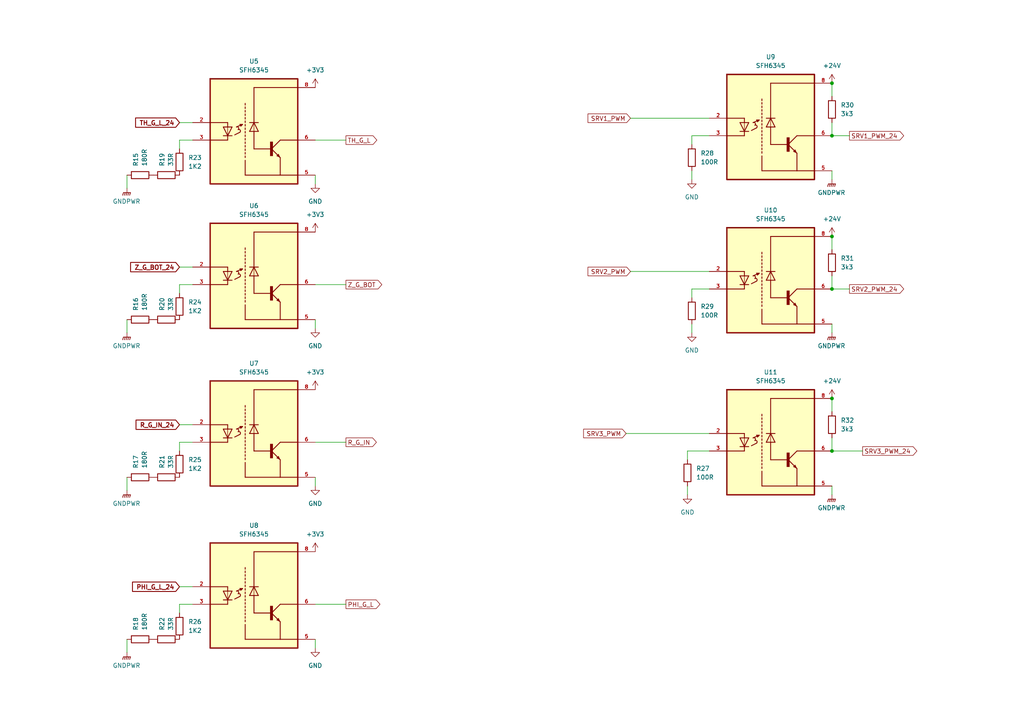
<source format=kicad_sch>
(kicad_sch (version 20230121) (generator eeschema)
  (paper "A4")
  (title_block (title "Karcsi (INDACT Robot Arm) - Servo & position-gate optocouplers") (date "2023-10-07") (rev "1.1") (company "LEGO Kör (legokor.hu)") (comment 1 "Design by Andi Serban & Máté Kovács"))
  (lib_symbols
    (symbol "Device:R" (pin_numbers hide) (pin_names (offset 0))
      (property "Reference" "R" (at 2.032 0 90))
      (property "Value" "R" (at 0 0 90))
      (symbol "R_0_1"
        (rectangle (start -1.016 -2.54) (end 1.016 2.54) (stroke (width 0.254)))
      )
      (symbol "R_1_1"
        (pin passive line (at 0 3.81 270) (length 1.27) (name "~") (number "1"))
        (pin passive line (at 0 -3.81 90) (length 1.27) (name "~") (number "2"))
      )
    )
    (symbol "SFH6345:SFH6345" (pin_names (offset 1.016))
      (property "Reference" "U" (at -5.0864 15.7678 0))
      (property "Value" "SFH6345" (at -5.0899 -17.8145 0))
      (symbol "SFH6345_0_0"
        (rectangle (start -12.7 -15.24) (end 12.7 15.24) (stroke (width 0.4064)) (fill (type background)))
        (arc (start -4.572 0.508) (mid -4.4896 1.1133) (end -5.08 1.27) (stroke (width 0.254)))
        (arc (start -4.064 -0.254) (mid -3.9816 0.3513) (end -4.572 0.508) (stroke (width 0.254)))
        (arc (start -3.81 1.778) (mid -4.4239 1.563) (end -5.08 1.27) (stroke (width 0.254)))
        (polyline (pts (xy -7.62 -2.54) (xy -12.7 -2.54)) (stroke (width 0.254)))
        (polyline (pts (xy -7.62 -1.27) (xy -8.89 -1.27)) (stroke (width 0.254)))
        (polyline (pts (xy -7.62 -1.27) (xy -8.89 1.27)) (stroke (width 0.254)))
        (polyline (pts (xy -7.62 -1.27) (xy -7.62 -2.54)) (stroke (width 0.254)))
        (polyline (pts (xy -7.62 1.27) (xy -8.89 1.27)) (stroke (width 0.254)))
        (polyline (pts (xy -7.62 1.27) (xy -7.62 -1.27)) (stroke (width 0.1524)))
        (polyline (pts (xy -7.62 1.27) (xy -7.62 2.54)) (stroke (width 0.254)))
        (polyline (pts (xy -7.62 2.54) (xy -12.7 2.54)) (stroke (width 0.254)))
        (polyline (pts (xy -6.35 -1.27) (xy -7.62 -1.27)) (stroke (width 0.254)))
        (polyline (pts (xy -6.35 1.27) (xy -7.62 -1.27)) (stroke (width 0.254)))
        (polyline (pts (xy -6.35 1.27) (xy -7.62 1.27)) (stroke (width 0.254)))
        (polyline (pts (xy -5.588 -1.016) (xy -4.064 -0.254)) (stroke (width 0.254)))
        (polyline (pts (xy -4.064 2.032) (xy -3.81 1.524)) (stroke (width 0.254)))
        (polyline (pts (xy -3.81 1.524) (xy -3.556 1.778)) (stroke (width 0.254)))
        (polyline (pts (xy -3.81 1.778) (xy -3.556 1.778)) (stroke (width 0.254)))
        (polyline (pts (xy -3.556 1.778) (xy -3.302 2.032)) (stroke (width 0.254)))
        (polyline (pts (xy -3.302 2.032) (xy -4.064 2.032)) (stroke (width 0.254)))
        (polyline (pts (xy -2.54 -12.7) (xy -2.54 -8.382)) (stroke (width 0.254)))
        (polyline (pts (xy -2.54 -7.62) (xy -2.54 -7.112)) (stroke (width 0.254)))
        (polyline (pts (xy -2.54 -6.604) (xy -2.54 -6.096)) (stroke (width 0.254)))
        (polyline (pts (xy -2.54 -5.588) (xy -2.54 -5.08)) (stroke (width 0.254)))
        (polyline (pts (xy -2.54 -4.572) (xy -2.54 -4.064)) (stroke (width 0.254)))
        (polyline (pts (xy -2.54 -3.556) (xy -2.54 -3.048)) (stroke (width 0.254)))
        (polyline (pts (xy -2.54 -2.54) (xy -2.54 -2.032)) (stroke (width 0.254)))
        (polyline (pts (xy -2.54 -1.524) (xy -2.54 -1.016)) (stroke (width 0.254)))
        (polyline (pts (xy -2.54 -0.508) (xy -2.54 0)) (stroke (width 0.254)))
        (polyline (pts (xy -2.54 0.508) (xy -2.54 1.016)) (stroke (width 0.254)))
        (polyline (pts (xy -2.54 1.524) (xy -2.54 2.032)) (stroke (width 0.254)))
        (polyline (pts (xy -2.54 2.54) (xy -2.54 3.048)) (stroke (width 0.254)))
        (polyline (pts (xy -2.54 3.556) (xy -2.54 4.064)) (stroke (width 0.254)))
        (polyline (pts (xy -2.54 4.572) (xy -2.54 5.08)) (stroke (width 0.254)))
        (polyline (pts (xy -2.54 5.588) (xy -2.54 6.096)) (stroke (width 0.254)))
        (polyline (pts (xy -2.54 6.604) (xy -2.54 7.112)) (stroke (width 0.254)))
        (polyline (pts (xy -2.54 7.62) (xy -2.54 8.128)) (stroke (width 0.254)))
        (polyline (pts (xy -1.27 0) (xy 0 0)) (stroke (width 0.254)))
        (polyline (pts (xy -1.27 0) (xy 0 2.54)) (stroke (width 0.254)))
        (polyline (pts (xy -1.27 2.54) (xy 0 2.54)) (stroke (width 0.254)))
        (polyline (pts (xy 0 -5.08) (xy 5.08 -5.08)) (stroke (width 0.254)))
        (polyline (pts (xy 0 0) (xy 0 -5.08)) (stroke (width 0.254)))
        (polyline (pts (xy 0 0) (xy 0 2.54)) (stroke (width 0.1524)))
        (polyline (pts (xy 0 0) (xy 1.27 0)) (stroke (width 0.254)))
        (polyline (pts (xy 0 2.54) (xy 0 12.7)) (stroke (width 0.254)))
        (polyline (pts (xy 0 2.54) (xy 1.27 0)) (stroke (width 0.254)))
        (polyline (pts (xy 0 2.54) (xy 1.27 2.54)) (stroke (width 0.254)))
        (polyline (pts (xy 0 12.7) (xy 12.7 12.7)) (stroke (width 0.254)))
        (polyline (pts (xy 5.08 -5.08) (xy 7.62 -7.62)) (stroke (width 0.254)))
        (polyline (pts (xy 7.62 -12.7) (xy -2.54 -12.7)) (stroke (width 0.254)))
        (polyline (pts (xy 7.62 -12.7) (xy 12.7 -12.7)) (stroke (width 0.254)))
        (polyline (pts (xy 7.62 -7.62) (xy 7.62 -12.7)) (stroke (width 0.254)))
        (polyline (pts (xy 7.62 -2.54) (xy 5.08 -5.08)) (stroke (width 0.254)))
        (polyline (pts (xy 7.62 -2.54) (xy 12.7 -2.54)) (stroke (width 0.254)))
        (polyline (pts (xy 7.493 -7.493) (xy 7.112 -6.604) (xy 6.604 -7.112) (xy 7.493 -7.493)) (stroke (width 0.1524)) (fill (type outline)))
        (rectangle (start 4.7075 -7.1248) (end 5.461 -3.048) (stroke (width 0.1)) (fill (type outline)))
        (pin passive line (at -17.78 2.54 0) (length 5.08) (name "~") (number "2"))
        (pin passive line (at -17.78 -2.54 0) (length 5.08) (name "~") (number "3"))
        (pin passive line (at 17.78 -12.7 180) (length 5.08) (name "~") (number "5"))
        (pin passive line (at 17.78 -2.54 180) (length 5.08) (name "~") (number "6"))
        (pin power_in line (at 17.78 12.7 180) (length 5.08) (name "~") (number "8"))
      )
    )
    (symbol "power:+24V" (power) (pin_names (offset 0))
      (property "Value" "+24V" (at 0 3.556 0))
      (symbol "+24V_0_1"
        (polyline (pts (xy -0.762 1.27) (xy 0 2.54)))
        (polyline (pts (xy 0 0) (xy 0 2.54)))
        (polyline (pts (xy 0 2.54) (xy 0.762 1.27)))
      )
      (symbol "+24V_1_1"
        (pin power_in line (at 0 0 90) (length 0) hide (name "+24V") (number "1"))
      )
    )
    (symbol "power:+3V3" (power) (pin_names (offset 0))
      (property "Value" "+3V3" (at 0 3.556 0))
      (symbol "+3V3_0_1"
        (polyline (pts (xy -0.762 1.27) (xy 0 2.54)))
        (polyline (pts (xy 0 0) (xy 0 2.54)))
        (polyline (pts (xy 0 2.54) (xy 0.762 1.27)))
      )
      (symbol "+3V3_1_1"
        (pin power_in line (at 0 0 90) (length 0) hide (name "+3V3") (number "1"))
      )
    )
    (symbol "power:GND" (power) (pin_names (offset 0))
      (property "Value" "GND" (at 0 -3.81 0))
      (symbol "GND_0_1"
        (polyline (pts (xy 0 0) (xy 0 -1.27) (xy 1.27 -1.27) (xy 0 -2.54) (xy -1.27 -1.27) (xy 0 -1.27)))
      )
      (symbol "GND_1_1"
        (pin power_in line (at 0 0 270) (length 0) hide (name "GND") (number "1"))
      )
    )
    (symbol "power:GNDPWR" (power) (pin_names (offset 0))
      (property "Value" "GNDPWR" (at 0 -3.302 0))
      (symbol "GNDPWR_0_1"
        (polyline (pts (xy 0 -1.27) (xy 0 0)))
        (polyline (pts (xy -1.016 -1.27) (xy -1.27 -2.032) (xy -1.27 -2.032)) (stroke (width 0.2032)))
        (polyline (pts (xy -0.508 -1.27) (xy -0.762 -2.032) (xy -0.762 -2.032)) (stroke (width 0.2032)))
        (polyline (pts (xy 0 -1.27) (xy -0.254 -2.032) (xy -0.254 -2.032)) (stroke (width 0.2032)))
        (polyline (pts (xy 0.508 -1.27) (xy 0.254 -2.032) (xy 0.254 -2.032)) (stroke (width 0.2032)))
        (polyline (pts (xy 1.016 -1.27) (xy -1.016 -1.27) (xy -1.016 -1.27)) (stroke (width 0.2032)))
        (polyline (pts (xy 1.016 -1.27) (xy 0.762 -2.032) (xy 0.762 -2.032) (xy 0.762 -2.032)) (stroke (width 0.2032)))
      )
      (symbol "GNDPWR_1_1"
        (pin power_in line (at 0 0 270) (length 0) hide (name "GNDPWR") (number "1"))
      )
    )
  )
  (junction (at 241.3 115.57))
  (junction (at 241.3 68.58))
  (junction (at 241.3 39.37))
  (junction (at 241.3 24.13))
  (junction (at 241.3 83.82))
  (junction (at 241.3 130.81))
  (wire (pts (xy 182.88 78.74) (xy 205.74 78.74)))
  (wire (pts (xy 200.66 93.98) (xy 200.66 96.52)))
  (wire (pts (xy 55.88 82.55) (xy 52.07 82.55)))
  (wire (pts (xy 241.3 140.97) (xy 241.3 143.51)))
  (wire (pts (xy 91.44 128.27) (xy 100.33 128.27)))
  (wire (pts (xy 91.44 50.8) (xy 91.44 53.34)))
  (wire (pts (xy 52.07 170.18) (xy 55.88 170.18)))
  (wire (pts (xy 91.44 175.26) (xy 100.33 175.26)))
  (wire (pts (xy 200.66 39.37) (xy 205.74 39.37)))
  (wire (pts (xy 241.3 49.53) (xy 241.3 52.07)))
  (wire (pts (xy 241.3 80.01) (xy 241.3 83.82)))
  (wire (pts (xy 36.83 142.24) (xy 36.83 138.43)))
  (wire (pts (xy 241.3 93.98) (xy 241.3 96.52)))
  (wire (pts (xy 52.07 128.27) (xy 55.88 128.27)))
  (wire (pts (xy 200.66 83.82) (xy 205.74 83.82)))
  (wire (pts (xy 181.61 125.73) (xy 205.74 125.73)))
  (wire (pts (xy 241.3 39.37) (xy 246.38 39.37)))
  (wire (pts (xy 200.66 49.53) (xy 200.66 52.07)))
  (wire (pts (xy 91.44 92.71) (xy 91.44 95.25)))
  (wire (pts (xy 241.3 68.58) (xy 241.3 72.39)))
  (wire (pts (xy 91.44 40.64) (xy 100.33 40.64)))
  (wire (pts (xy 91.44 138.43) (xy 91.44 140.97)))
  (wire (pts (xy 52.07 77.47) (xy 55.88 77.47)))
  (wire (pts (xy 52.07 123.19) (xy 55.88 123.19)))
  (wire (pts (xy 241.3 115.57) (xy 241.3 119.38)))
  (wire (pts (xy 200.66 41.91) (xy 200.66 39.37)))
  (wire (pts (xy 36.83 189.23) (xy 36.83 185.42)))
  (wire (pts (xy 91.44 185.42) (xy 91.44 187.96)))
  (wire (pts (xy 182.88 34.29) (xy 205.74 34.29)))
  (wire (pts (xy 241.3 130.81) (xy 250.19 130.81)))
  (wire (pts (xy 55.88 40.64) (xy 52.07 40.64)))
  (wire (pts (xy 241.3 83.82) (xy 246.38 83.82)))
  (wire (pts (xy 52.07 35.56) (xy 55.88 35.56)))
  (wire (pts (xy 199.39 130.81) (xy 199.39 133.35)))
  (wire (pts (xy 241.3 24.13) (xy 241.3 27.94)))
  (wire (pts (xy 241.3 127) (xy 241.3 130.81)))
  (wire (pts (xy 52.07 177.8) (xy 52.07 175.26)))
  (wire (pts (xy 205.74 130.81) (xy 199.39 130.81)))
  (wire (pts (xy 52.07 40.64) (xy 52.07 43.18)))
  (wire (pts (xy 91.44 82.55) (xy 100.33 82.55)))
  (wire (pts (xy 52.07 175.26) (xy 55.88 175.26)))
  (wire (pts (xy 199.39 140.97) (xy 199.39 143.51)))
  (wire (pts (xy 241.3 35.56) (xy 241.3 39.37)))
  (wire (pts (xy 36.83 54.61) (xy 36.83 50.8)))
  (wire (pts (xy 36.83 96.52) (xy 36.83 92.71)))
  (wire (pts (xy 52.07 130.81) (xy 52.07 128.27)))
  (wire (pts (xy 52.07 82.55) (xy 52.07 85.09)))
  (wire (pts (xy 200.66 86.36) (xy 200.66 83.82)))
  (global_label "PHI_G_L_24" (shape input) (at 52.07 170.18 180) (effects (font bold)) (property "Intersheetrefs" "${INTERSHEET_REFS}" (at 37.7836 170.18 0) (effects (justify right))))
  (global_label "R_G_IN" (shape output) (at 100.33 128.27 0) (property "Intersheetrefs" "${INTERSHEET_REFS}" (at 109.7257 128.27 0) (effects (justify left))))
  (global_label "Z_G_BOT" (shape output) (at 100.33 82.55 0) (property "Intersheetrefs" "${INTERSHEET_REFS}" (at 111.298 82.55 0) (effects (justify left))))
  (global_label "Z_G_BOT_24" (shape input) (at 52.07 77.47 180) (effects (font bold)) (property "Intersheetrefs" "${INTERSHEET_REFS}" (at 37.2394 77.47 0) (effects (justify right))))
  (global_label "TH_G_L_24" (shape input) (at 52.07 35.56 180) (effects (font bold)) (property "Intersheetrefs" "${INTERSHEET_REFS}" (at 38.6908 35.56 0) (effects (justify right))))
  (global_label "SRV2_PWM_24" (shape output) (at 246.38 83.82 0) (property "Intersheetrefs" "${INTERSHEET_REFS}" (at 262.6698 83.82 0) (effects (justify left))))
  (global_label "SRV1_PWM_24" (shape output) (at 246.38 39.37 0) (property "Intersheetrefs" "${INTERSHEET_REFS}" (at 262.6698 39.37 0) (effects (justify left))))
  (global_label "PHI_G_L" (shape output) (at 100.33 175.26 0) (property "Intersheetrefs" "${INTERSHEET_REFS}" (at 110.7538 175.26 0) (effects (justify left))))
  (global_label "SRV2_PWM" (shape input) (at 182.88 78.74 180) (property "Intersheetrefs" "${INTERSHEET_REFS}" (at 169.9768 78.74 0) (effects (justify right))))
  (global_label "SRV1_PWM" (shape input) (at 182.88 34.29 180) (property "Intersheetrefs" "${INTERSHEET_REFS}" (at 169.9768 34.29 0) (effects (justify right))))
  (global_label "R_G_IN_24" (shape input) (at 52.07 123.19 180) (effects (font bold)) (property "Intersheetrefs" "${INTERSHEET_REFS}" (at 38.8117 123.19 0) (effects (justify right))))
  (global_label "TH_G_L" (shape output) (at 100.33 40.64 0) (property "Intersheetrefs" "${INTERSHEET_REFS}" (at 109.8466 40.64 0) (effects (justify left))))
  (global_label "SRV3_PWM" (shape input) (at 181.61 125.73 180) (property "Intersheetrefs" "${INTERSHEET_REFS}" (at 168.7068 125.73 0) (effects (justify right))))
  (global_label "SRV3_PWM_24" (shape output) (at 250.19 130.81 0) (property "Intersheetrefs" "${INTERSHEET_REFS}" (at 266.4798 130.81 0) (effects (justify left))))
  (symbol (lib_id "power:+3V3") (at 91.44 25.4 0) (unit 1)
    (property "Reference" "#PWR078" (effects hide))
    (property "Value" "+3V3" (at 91.44 20.32 0))
  )
  (symbol (lib_id "power:+3V3") (at 91.44 67.31 0) (unit 1)
    (property "Reference" "#PWR080" (effects hide))
    (property "Value" "+3V3" (at 91.44 62.23 0))
  )
  (symbol (lib_id "power:GND") (at 199.39 143.51 0) (unit 1)
    (property "Reference" "#PWR086" (effects hide))
    (property "Value" "GND" (at 199.39 148.59 0))
  )
  (symbol (lib_id "Device:R") (at 40.64 138.43 90) (unit 1)
    (property "Reference" "R17" (at 39.37 135.89 0) (effects (justify left)))
    (property "Value" "180R" (at 41.91 135.89 0) (effects (justify left)))
    (property "Footprint" "Resistor_SMD:R_0805_2012Metric_Pad1.20x1.40mm_HandSolder" (effects hide))
  )
  (symbol (lib_id "power:GNDPWR") (at 241.3 52.07 0) (unit 1)
    (property "Reference" "#PWR090" (effects hide))
    (property "Value" "GNDPWR" (at 241.173 55.88 0))
  )
  (symbol (lib_id "power:GNDPWR") (at 241.3 143.51 0) (unit 1)
    (property "Reference" "#PWR094" (effects hide))
    (property "Value" "GNDPWR" (at 241.173 147.32 0))
  )
  (symbol (lib_id "power:GND") (at 91.44 53.34 0) (unit 1)
    (property "Reference" "#PWR079" (effects hide))
    (property "Value" "GND" (at 91.44 58.42 0))
  )
  (symbol (lib_id "power:GNDPWR") (at 36.83 189.23 0) (unit 1)
    (property "Reference" "#PWR077" (effects hide))
    (property "Value" "GNDPWR" (at 36.703 193.04 0))
  )
  (symbol (lib_id "Device:R") (at 52.07 46.99 0) (unit 1)
    (property "Reference" "R23" (at 54.61 45.72 0) (effects (justify left)))
    (property "Value" "1K2" (at 54.61 48.26 0) (effects (justify left)))
    (property "Footprint" "Resistor_SMD:R_0805_2012Metric_Pad1.20x1.40mm_HandSolder" (effects hide))
  )
  (symbol (lib_id "power:GND") (at 91.44 140.97 0) (unit 1)
    (property "Reference" "#PWR083" (effects hide))
    (property "Value" "GND" (at 91.44 146.05 0))
  )
  (symbol (lib_id "SFH6345:SFH6345") (at 73.66 125.73 0) (unit 1)
    (property "Reference" "U7" (at 73.66 105.41 0))
    (property "Value" "SFH6345" (at 73.66 107.95 0))
    (property "Footprint" "SFH6345:DIP762W50P254L977H451Q8" (effects hide))
    (property "MF" "Vishay Semiconductor" (effects hide))
    (property "Description" "\nSFH6345 DC Input Transistor Output Optocoupler, Through Hole, 8-Pin PDIP | Vishay / Small Signal & Opto Products (SSP) SFH6345\n" (effects hide))
    (property "Package" "DIP-8 Fairchild Semiconductor" (effects hide))
    (property "Price" "None" (effects hide))
    (property "Check_prices" "https://www.snapeda.com/parts/SFH6345/Vishay+Semiconductor+Opto+Division/view-part/?ref=eda" (effects hide))
    (property "SnapEDA_Link" "https://www.snapeda.com/parts/SFH6345/Vishay+Semiconductor+Opto+Division/view-part/?ref=snap" (effects hide))
    (property "MP" "SFH6345" (effects hide))
    (property "Purchase-URL" "https://www.snapeda.com/api/url_track_click_mouser/?unipart_id=292918&manufacturer=Vishay Semiconductor&part_name=SFH6345&search_term=None" (effects hide))
    (property "Availability" "In Stock" (effects hide))
    (property "MANUFACTURER" "VISHAY" (effects hide))
  )
  (symbol (lib_id "Device:R") (at 40.64 92.71 90) (unit 1)
    (property "Reference" "R16" (at 39.37 90.17 0) (effects (justify left)))
    (property "Value" "180R" (at 41.91 90.17 0) (effects (justify left)))
    (property "Footprint" "Resistor_SMD:R_0805_2012Metric_Pad1.20x1.40mm_HandSolder" (effects hide))
  )
  (symbol (lib_id "SFH6345:SFH6345") (at 73.66 38.1 0) (unit 1)
    (property "Reference" "U5" (at 73.66 17.78 0))
    (property "Value" "SFH6345" (at 73.66 20.32 0))
    (property "Footprint" "SFH6345:DIP762W50P254L977H451Q8" (effects hide))
    (property "MF" "Vishay Semiconductor" (effects hide))
    (property "Description" "\nSFH6345 DC Input Transistor Output Optocoupler, Through Hole, 8-Pin PDIP | Vishay / Small Signal & Opto Products (SSP) SFH6345\n" (effects hide))
    (property "Package" "DIP-8 Fairchild Semiconductor" (effects hide))
    (property "Price" "None" (effects hide))
    (property "Check_prices" "https://www.snapeda.com/parts/SFH6345/Vishay+Semiconductor+Opto+Division/view-part/?ref=eda" (effects hide))
    (property "SnapEDA_Link" "https://www.snapeda.com/parts/SFH6345/Vishay+Semiconductor+Opto+Division/view-part/?ref=snap" (effects hide))
    (property "MP" "SFH6345" (effects hide))
    (property "Purchase-URL" "https://www.snapeda.com/api/url_track_click_mouser/?unipart_id=292918&manufacturer=Vishay Semiconductor&part_name=SFH6345&search_term=None" (effects hide))
    (property "Availability" "In Stock" (effects hide))
    (property "MANUFACTURER" "VISHAY" (effects hide))
  )
  (symbol (lib_id "Device:R") (at 199.39 137.16 0) (unit 1)
    (property "Reference" "R27" (at 201.93 135.89 0) (effects (justify left)))
    (property "Value" "100R" (at 201.93 138.43 0) (effects (justify left)))
    (property "Footprint" "Resistor_SMD:R_0805_2012Metric_Pad1.20x1.40mm_HandSolder" (effects hide))
  )
  (symbol (lib_id "power:+3V3") (at 91.44 160.02 0) (unit 1)
    (property "Reference" "#PWR084" (effects hide))
    (property "Value" "+3V3" (at 91.44 154.94 0))
  )
  (symbol (lib_id "power:GNDPWR") (at 36.83 142.24 0) (unit 1)
    (property "Reference" "#PWR076" (effects hide))
    (property "Value" "GNDPWR" (at 36.703 146.05 0))
  )
  (symbol (lib_id "power:GND") (at 200.66 52.07 0) (unit 1)
    (property "Reference" "#PWR087" (effects hide))
    (property "Value" "GND" (at 200.66 57.15 0))
  )
  (symbol (lib_id "Device:R") (at 40.64 50.8 90) (unit 1)
    (property "Reference" "R15" (at 39.37 48.26 0) (effects (justify left)))
    (property "Value" "180R" (at 41.91 48.26 0) (effects (justify left)))
    (property "Footprint" "Resistor_SMD:R_0805_2012Metric_Pad1.20x1.40mm_HandSolder" (effects hide))
  )
  (symbol (lib_id "SFH6345:SFH6345") (at 73.66 80.01 0) (unit 1)
    (property "Reference" "U6" (at 73.66 59.69 0))
    (property "Value" "SFH6345" (at 73.66 62.23 0))
    (property "Footprint" "SFH6345:DIP762W50P254L977H451Q8" (effects hide))
    (property "MF" "Vishay Semiconductor" (effects hide))
    (property "Description" "\nSFH6345 DC Input Transistor Output Optocoupler, Through Hole, 8-Pin PDIP | Vishay / Small Signal & Opto Products (SSP) SFH6345\n" (effects hide))
    (property "Package" "DIP-8 Fairchild Semiconductor" (effects hide))
    (property "Price" "None" (effects hide))
    (property "Check_prices" "https://www.snapeda.com/parts/SFH6345/Vishay+Semiconductor+Opto+Division/view-part/?ref=eda" (effects hide))
    (property "SnapEDA_Link" "https://www.snapeda.com/parts/SFH6345/Vishay+Semiconductor+Opto+Division/view-part/?ref=snap" (effects hide))
    (property "MP" "SFH6345" (effects hide))
    (property "Purchase-URL" "https://www.snapeda.com/api/url_track_click_mouser/?unipart_id=292918&manufacturer=Vishay Semiconductor&part_name=SFH6345&search_term=None" (effects hide))
    (property "Availability" "In Stock" (effects hide))
    (property "MANUFACTURER" "VISHAY" (effects hide))
  )
  (symbol (lib_id "Device:R") (at 200.66 90.17 0) (unit 1)
    (property "Reference" "R29" (at 203.2 88.9 0) (effects (justify left)))
    (property "Value" "100R" (at 203.2 91.44 0) (effects (justify left)))
    (property "Footprint" "Resistor_SMD:R_0805_2012Metric_Pad1.20x1.40mm_HandSolder" (effects hide))
  )
  (symbol (lib_id "power:+3V3") (at 91.44 113.03 0) (unit 1)
    (property "Reference" "#PWR082" (effects hide))
    (property "Value" "+3V3" (at 91.44 107.95 0))
  )
  (symbol (lib_id "power:GNDPWR") (at 36.83 96.52 0) (unit 1)
    (property "Reference" "#PWR075" (effects hide))
    (property "Value" "GNDPWR" (at 36.703 100.33 0))
  )
  (symbol (lib_id "Device:R") (at 48.26 138.43 90) (unit 1)
    (property "Reference" "R21" (at 46.99 135.89 0) (effects (justify left)))
    (property "Value" "33R" (at 49.53 135.89 0) (effects (justify left)))
    (property "Footprint" "Resistor_SMD:R_0805_2012Metric_Pad1.20x1.40mm_HandSolder" (effects hide))
  )
  (symbol (lib_id "SFH6345:SFH6345") (at 73.66 172.72 0) (unit 1)
    (property "Reference" "U8" (at 73.66 152.4 0))
    (property "Value" "SFH6345" (at 73.66 154.94 0))
    (property "Footprint" "SFH6345:DIP762W50P254L977H451Q8" (effects hide))
    (property "MF" "Vishay Semiconductor" (effects hide))
    (property "Description" "\nSFH6345 DC Input Transistor Output Optocoupler, Through Hole, 8-Pin PDIP | Vishay / Small Signal & Opto Products (SSP) SFH6345\n" (effects hide))
    (property "Package" "DIP-8 Fairchild Semiconductor" (effects hide))
    (property "Price" "None" (effects hide))
    (property "Check_prices" "https://www.snapeda.com/parts/SFH6345/Vishay+Semiconductor+Opto+Division/view-part/?ref=eda" (effects hide))
    (property "SnapEDA_Link" "https://www.snapeda.com/parts/SFH6345/Vishay+Semiconductor+Opto+Division/view-part/?ref=snap" (effects hide))
    (property "MP" "SFH6345" (effects hide))
    (property "Purchase-URL" "https://www.snapeda.com/api/url_track_click_mouser/?unipart_id=292918&manufacturer=Vishay Semiconductor&part_name=SFH6345&search_term=None" (effects hide))
    (property "Availability" "In Stock" (effects hide))
    (property "MANUFACTURER" "VISHAY" (effects hide))
  )
  (symbol (lib_id "Device:R") (at 52.07 88.9 0) (unit 1)
    (property "Reference" "R24" (at 54.61 87.63 0) (effects (justify left)))
    (property "Value" "1K2" (at 54.61 90.17 0) (effects (justify left)))
    (property "Footprint" "Resistor_SMD:R_0805_2012Metric_Pad1.20x1.40mm_HandSolder" (effects hide))
  )
  (symbol (lib_id "Device:R") (at 40.64 185.42 90) (unit 1)
    (property "Reference" "R18" (at 39.37 182.88 0) (effects (justify left)))
    (property "Value" "180R" (at 41.91 182.88 0) (effects (justify left)))
    (property "Footprint" "Resistor_SMD:R_0805_2012Metric_Pad1.20x1.40mm_HandSolder" (effects hide))
  )
  (symbol (lib_id "Device:R") (at 241.3 76.2 0) (unit 1)
    (property "Reference" "R31" (at 243.84 74.93 0) (effects (justify left)))
    (property "Value" "3k3" (at 243.84 77.47 0) (effects (justify left)))
    (property "Footprint" "Resistor_SMD:R_0805_2012Metric_Pad1.20x1.40mm_HandSolder" (effects hide))
  )
  (symbol (lib_id "Device:R") (at 48.26 50.8 90) (unit 1)
    (property "Reference" "R19" (at 46.99 48.26 0) (effects (justify left)))
    (property "Value" "33R" (at 49.53 48.26 0) (effects (justify left)))
    (property "Footprint" "Resistor_SMD:R_0805_2012Metric_Pad1.20x1.40mm_HandSolder" (effects hide))
  )
  (symbol (lib_id "power:+24V") (at 241.3 68.58 0) (unit 1)
    (property "Reference" "#PWR091" (effects hide))
    (property "Value" "+24V" (at 241.3 63.5 0))
  )
  (symbol (lib_id "Device:R") (at 241.3 31.75 0) (unit 1)
    (property "Reference" "R30" (at 243.84 30.48 0) (effects (justify left)))
    (property "Value" "3k3" (at 243.84 33.02 0) (effects (justify left)))
    (property "Footprint" "Resistor_SMD:R_0805_2012Metric_Pad1.20x1.40mm_HandSolder" (effects hide))
  )
  (symbol (lib_id "Device:R") (at 52.07 134.62 0) (unit 1)
    (property "Reference" "R25" (at 54.61 133.35 0) (effects (justify left)))
    (property "Value" "1K2" (at 54.61 135.89 0) (effects (justify left)))
    (property "Footprint" "Resistor_SMD:R_0805_2012Metric_Pad1.20x1.40mm_HandSolder" (effects hide))
  )
  (symbol (lib_id "Device:R") (at 48.26 92.71 90) (unit 1)
    (property "Reference" "R20" (at 46.99 90.17 0) (effects (justify left)))
    (property "Value" "33R" (at 49.53 90.17 0) (effects (justify left)))
    (property "Footprint" "Resistor_SMD:R_0805_2012Metric_Pad1.20x1.40mm_HandSolder" (effects hide))
  )
  (symbol (lib_id "Device:R") (at 52.07 181.61 0) (unit 1)
    (property "Reference" "R26" (at 54.61 180.34 0) (effects (justify left)))
    (property "Value" "1K2" (at 54.61 182.88 0) (effects (justify left)))
    (property "Footprint" "Resistor_SMD:R_0805_2012Metric_Pad1.20x1.40mm_HandSolder" (effects hide))
  )
  (symbol (lib_id "power:GND") (at 91.44 95.25 0) (unit 1)
    (property "Reference" "#PWR081" (effects hide))
    (property "Value" "GND" (at 91.44 100.33 0))
  )
  (symbol (lib_id "Device:R") (at 48.26 185.42 90) (unit 1)
    (property "Reference" "R22" (at 46.99 182.88 0) (effects (justify left)))
    (property "Value" "33R" (at 49.53 182.88 0) (effects (justify left)))
    (property "Footprint" "Resistor_SMD:R_0805_2012Metric_Pad1.20x1.40mm_HandSolder" (effects hide))
  )
  (symbol (lib_id "power:+24V") (at 241.3 24.13 0) (unit 1)
    (property "Reference" "#PWR089" (effects hide))
    (property "Value" "+24V" (at 241.3 19.05 0))
  )
  (symbol (lib_id "SFH6345:SFH6345") (at 223.52 36.83 0) (unit 1)
    (property "Reference" "U9" (at 223.52 16.51 0))
    (property "Value" "SFH6345" (at 223.52 19.05 0))
    (property "Footprint" "SFH6345:DIP762W50P254L977H451Q8" (effects hide))
    (property "MF" "Vishay Semiconductor" (effects hide))
    (property "Description" "\nSFH6345 DC Input Transistor Output Optocoupler, Through Hole, 8-Pin PDIP | Vishay / Small Signal & Opto Products (SSP) SFH6345\n" (effects hide))
    (property "Package" "DIP-8 Fairchild Semiconductor" (effects hide))
    (property "Price" "None" (effects hide))
    (property "Check_prices" "https://www.snapeda.com/parts/SFH6345/Vishay+Semiconductor+Opto+Division/view-part/?ref=eda" (effects hide))
    (property "SnapEDA_Link" "https://www.snapeda.com/parts/SFH6345/Vishay+Semiconductor+Opto+Division/view-part/?ref=snap" (effects hide))
    (property "MP" "SFH6345" (effects hide))
    (property "Purchase-URL" "https://www.snapeda.com/api/url_track_click_mouser/?unipart_id=292918&manufacturer=Vishay Semiconductor&part_name=SFH6345&search_term=None" (effects hide))
    (property "Availability" "In Stock" (effects hide))
    (property "MANUFACTURER" "VISHAY" (effects hide))
  )
  (symbol (lib_id "Device:R") (at 241.3 123.19 0) (unit 1)
    (property "Reference" "R32" (at 243.84 121.92 0) (effects (justify left)))
    (property "Value" "3k3" (at 243.84 124.46 0) (effects (justify left)))
    (property "Footprint" "Resistor_SMD:R_0805_2012Metric_Pad1.20x1.40mm_HandSolder" (effects hide))
  )
  (symbol (lib_id "power:GND") (at 91.44 187.96 0) (unit 1)
    (property "Reference" "#PWR085" (effects hide))
    (property "Value" "GND" (at 91.44 193.04 0))
  )
  (symbol (lib_id "power:GNDPWR") (at 241.3 96.52 0) (unit 1)
    (property "Reference" "#PWR092" (effects hide))
    (property "Value" "GNDPWR" (at 241.173 100.33 0))
  )
  (symbol (lib_id "power:+24V") (at 241.3 115.57 0) (unit 1)
    (property "Reference" "#PWR093" (effects hide))
    (property "Value" "+24V" (at 241.3 110.49 0))
  )
  (symbol (lib_id "power:GND") (at 200.66 96.52 0) (unit 1)
    (property "Reference" "#PWR088" (effects hide))
    (property "Value" "GND" (at 200.66 101.6 0))
  )
  (symbol (lib_id "Device:R") (at 200.66 45.72 0) (unit 1)
    (property "Reference" "R28" (at 203.2 44.45 0) (effects (justify left)))
    (property "Value" "100R" (at 203.2 46.99 0) (effects (justify left)))
    (property "Footprint" "Resistor_SMD:R_0805_2012Metric_Pad1.20x1.40mm_HandSolder" (effects hide))
  )
  (symbol (lib_id "power:GNDPWR") (at 36.83 54.61 0) (unit 1)
    (property "Reference" "#PWR074" (effects hide))
    (property "Value" "GNDPWR" (at 36.703 58.42 0))
  )
  (symbol (lib_id "SFH6345:SFH6345") (at 223.52 81.28 0) (unit 1)
    (property "Reference" "U10" (at 223.52 60.96 0))
    (property "Value" "SFH6345" (at 223.52 63.5 0))
    (property "Footprint" "SFH6345:DIP762W50P254L977H451Q8" (effects hide))
    (property "MF" "Vishay Semiconductor" (effects hide))
    (property "Description" "\nSFH6345 DC Input Transistor Output Optocoupler, Through Hole, 8-Pin PDIP | Vishay / Small Signal & Opto Products (SSP) SFH6345\n" (effects hide))
    (property "Package" "DIP-8 Fairchild Semiconductor" (effects hide))
    (property "Price" "None" (effects hide))
    (property "Check_prices" "https://www.snapeda.com/parts/SFH6345/Vishay+Semiconductor+Opto+Division/view-part/?ref=eda" (effects hide))
    (property "SnapEDA_Link" "https://www.snapeda.com/parts/SFH6345/Vishay+Semiconductor+Opto+Division/view-part/?ref=snap" (effects hide))
    (property "MP" "SFH6345" (effects hide))
    (property "Purchase-URL" "https://www.snapeda.com/api/url_track_click_mouser/?unipart_id=292918&manufacturer=Vishay Semiconductor&part_name=SFH6345&search_term=None" (effects hide))
    (property "Availability" "In Stock" (effects hide))
    (property "MANUFACTURER" "VISHAY" (effects hide))
  )
  (symbol (lib_id "SFH6345:SFH6345") (at 223.52 128.27 0) (unit 1)
    (property "Reference" "U11" (at 223.52 107.95 0))
    (property "Value" "SFH6345" (at 223.52 110.49 0))
    (property "Footprint" "SFH6345:DIP762W50P254L977H451Q8" (effects hide))
    (property "MF" "Vishay Semiconductor" (effects hide))
    (property "Description" "\nSFH6345 DC Input Transistor Output Optocoupler, Through Hole, 8-Pin PDIP | Vishay / Small Signal & Opto Products (SSP) SFH6345\n" (effects hide))
    (property "Package" "DIP-8 Fairchild Semiconductor" (effects hide))
    (property "Price" "None" (effects hide))
    (property "Check_prices" "https://www.snapeda.com/parts/SFH6345/Vishay+Semiconductor+Opto+Division/view-part/?ref=eda" (effects hide))
    (property "SnapEDA_Link" "https://www.snapeda.com/parts/SFH6345/Vishay+Semiconductor+Opto+Division/view-part/?ref=snap" (effects hide))
    (property "MP" "SFH6345" (effects hide))
    (property "Purchase-URL" "https://www.snapeda.com/api/url_track_click_mouser/?unipart_id=292918&manufacturer=Vishay Semiconductor&part_name=SFH6345&search_term=None" (effects hide))
    (property "Availability" "In Stock" (effects hide))
    (property "MANUFACTURER" "VISHAY" (effects hide))
  )
)
</source>
